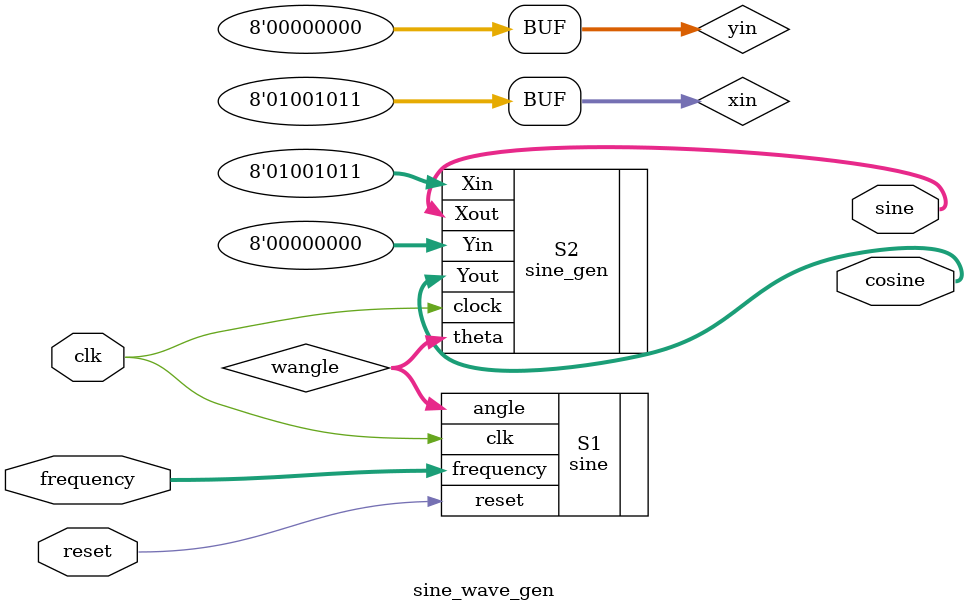
<source format=v>
`timescale 1ns / 1ps


module sine_wave_gen(    
    input clk,
    input [15:0] frequency,
    input reset,
    output wire [7:0] sine,
    output wire [7:0] cosine
    );
    
    reg [7:0]xin = 8'd75;
    reg [7:0]yin = 8'd0;
    wire [31:0] wangle;
    sine S1(.reset(reset),.clk(clk),.frequency(frequency),.angle(wangle));
    sine_gen S2(.clock(clk), .theta(wangle), .Xin(xin), .Yin(yin), .Xout(sine), .Yout(cosine));
endmodule

</source>
